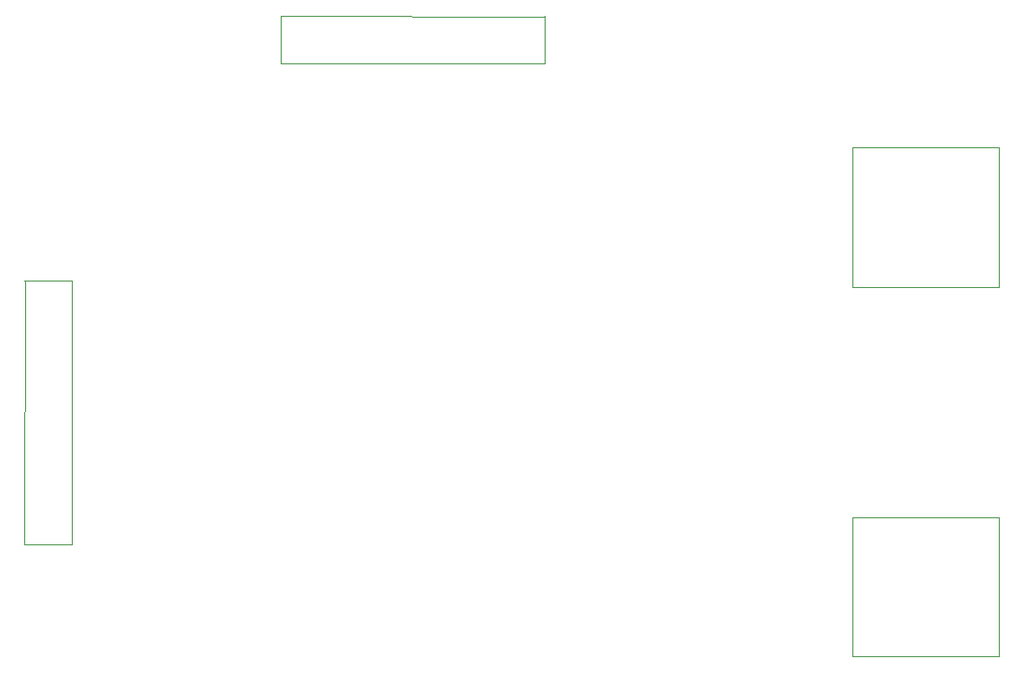
<source format=gm1>
G04*
G04 #@! TF.GenerationSoftware,Altium Limited,Altium Designer,18.1.11 (251)*
G04*
G04 Layer_Color=16711935*
%FSLAX25Y25*%
%MOIN*%
G70*
G01*
G75*
%ADD69C,0.00394*%
%ADD70C,0.00100*%
D69*
X506378Y381058D02*
X556378D01*
X506378Y331158D02*
X556378D01*
Y381058D01*
X503978Y331158D02*
X506378D01*
X503978D02*
Y381058D01*
X506378D01*
X503978Y248972D02*
X506378D01*
X503978Y199072D02*
Y248972D01*
Y199072D02*
X506378D01*
X556378D02*
Y248972D01*
X506378Y199072D02*
X556378D01*
X506378Y248972D02*
X556378D01*
D70*
X299526Y411020D02*
Y428005D01*
Y411020D02*
X394013D01*
Y428003D01*
X299526Y428005D02*
X394013Y427893D01*
X208102Y239100D02*
X208213Y333587D01*
X208103D02*
X225087D01*
Y239100D02*
Y333587D01*
X208102Y239100D02*
X225087D01*
M02*

</source>
